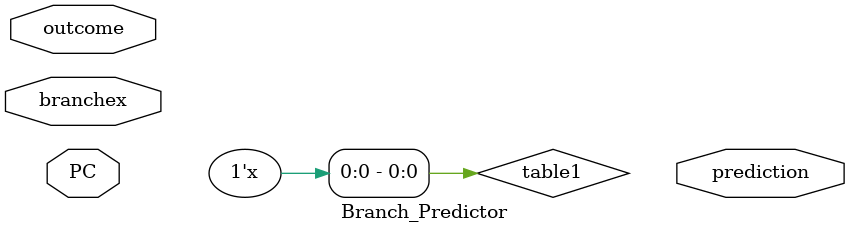
<source format=v>


module Branch_Predictor(
  input [31:0]PC, //program counter
  input branchex, // branch confirmation from EX register
  input outcome, // branch outcome
  output reg prediction // 2-bit prediction for 2^2 = 4 entries
);

  reg [2:0] table1; // 4-entry 2-bit counter table

 
initial begin
table1 <= 3'b000;
prediction <= 0;
end									// index into the table using the least significant bits of the PC
											// take the two least significant bits to index into 2^2 = 4 table entries
											// we use bit-wise AND with 2'b11 to extract the two least significant bits
    

 always @(PC) begin

if (branchex)begin
case (table1[2:1])

2'b00:
begin
prediction <= 0;
end
2'b01:
begin
if (table1[0] == 0)
prediction <= 0;
else 
prediction <= 1;
end
2'b10:
begin
if (table1[0] == 0)
prediction <= 0;
else 
prediction <= 1;
end
2'b11:
begin
prediction <= 1;
end
endcase



table1[0] = table1[1];
table1[2:1] = {prediction, outcome};
end


  end
endmodule
</source>
